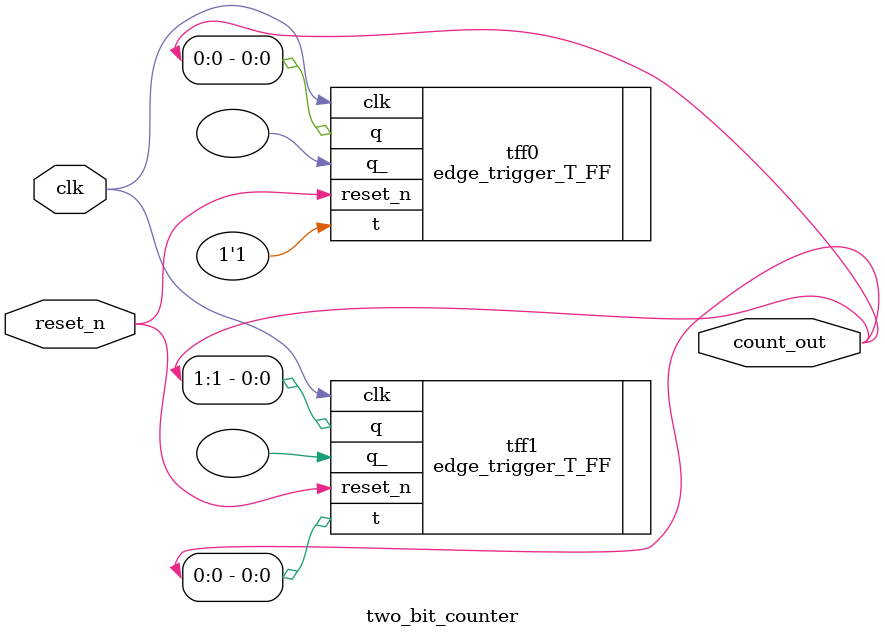
<source format=v>

module two_bit_counter(
    input reset_n,
    input clk,
    output [1:0] count_out
);

    edge_trigger_T_FF tff0(
        .reset_n(reset_n),
        .t(1'b1), // T input is always high for toggle behavior
        .clk(clk),
        .q(count_out[0]),
        .q_()
    );
    edge_trigger_T_FF tff1(
        .reset_n(reset_n),
        .t(count_out[0]), // T input is connected to the first flip-flop output for toggling
        .clk(clk),
        .q(count_out[1]),
        .q_()
    );

endmodule
</source>
